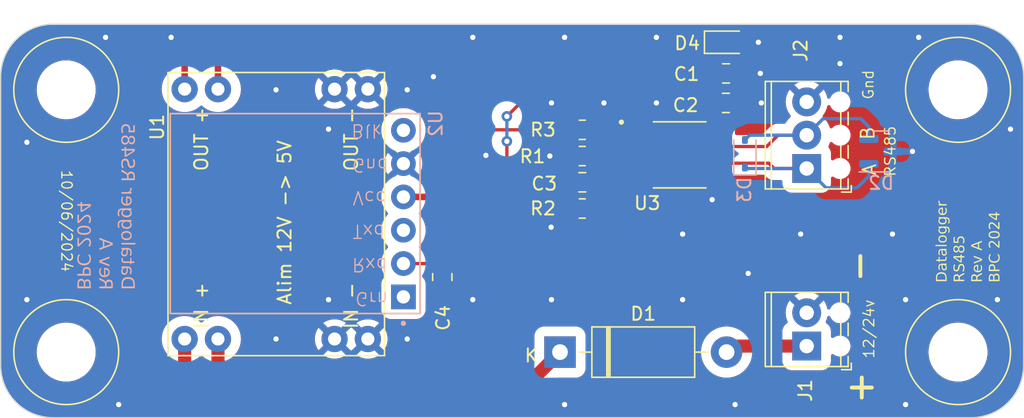
<source format=kicad_pcb>
(kicad_pcb (version 20221018) (generator pcbnew)
  (title_block (title "Datalogger RS485") (date "2024-06-10") (rev "Rev A0") (company "BPC"))
  (layers (0 "F.Cu" signal) (31 "B.Cu" signal) (34 "B.Paste" user) (35 "F.Paste" user) (36 "B.SilkS" user "B.Silkscreen") (37 "F.SilkS" user "F.Silkscreen") (38 "B.Mask" user) (39 "F.Mask" user) (44 "Edge.Cuts" user))
  (net 0 "")
  (net 1 "+5V")
  (net 2 "GND")
  (net 3 "Net-(U3-~{RE})")
  (net 4 "Net-(U2-RXI)")
  (net 5 "Net-(D1-K)")
  (net 6 "Net-(D1-A)")
  (net 7 "A")
  (net 8 "B")
  (net 9 "Net-(U3-DE)")
  (net 10 "UC_RX")
  (footprint "Resistor_SMD:R_0805_2012Metric_Pad1.20x1.40mm_HandSolder" (layer "F.Cu") (at 94.35 110.05 180)
    (fp_text reference "R1" (at 3.8 -0.025) (layer "F.SilkS"))
    (fp_text value "100k")
    (fp_line (start -0.227064 -0.735) (end 0.227064 -0.735) (stroke (width 0.12)) (layer "F.SilkS"))
    (fp_line (start -0.227064 0.735) (end 0.227064 0.735) (stroke (width 0.12)) (layer "F.SilkS"))
    (pad "1" smd roundrect (at -1 0 180) (size 1.2 1.4) (layers "F.Cu" "F.Paste" "F.Mask") (roundrect_rratio 0.208333) (net 3 "Net-(U3-~{RE})"))
    (pad "2" smd roundrect (at 1 0 180) (size 1.2 1.4) (layers "F.Cu" "F.Paste" "F.Mask") (roundrect_rratio 0.208333) (net 2 "GND"))
  )
  (footprint "Resistor_SMD:R_0805_2012Metric_Pad1.20x1.40mm_HandSolder" (layer "F.Cu") (at 94.35 114.05 180)
    (fp_text reference "R2" (at 3 0) (layer "F.SilkS"))
    (fp_text value "100k")
    (fp_line (start -0.227064 -0.735) (end 0.227064 -0.735) (stroke (width 0.12)) (layer "F.SilkS"))
    (fp_line (start -0.227064 0.735) (end 0.227064 0.735) (stroke (width 0.12)) (layer "F.SilkS"))
    (pad "1" smd roundrect (at -1 0 180) (size 1.2 1.4) (layers "F.Cu" "F.Paste" "F.Mask") (roundrect_rratio 0.208333) (net 9 "Net-(U3-DE)"))
    (pad "2" smd roundrect (at 1 0 180) (size 1.2 1.4) (layers "F.Cu" "F.Paste" "F.Mask") (roundrect_rratio 0.208333) (net 2 "GND"))
  )
  (footprint "bpc:BPC_Trou4mm_Fixation" (layer "F.Cu") (at 55 125)
    (fp_text reference "X1" hide)
    (fp_text value "Trou")
    (fp_circle (center 0 0) (end 4 0) (stroke (width 0.12)) (fill none) (layer "F.SilkS"))
    (pad "" np_thru_hole circle (at 0 0) (size 4 4) (drill 4) (layers "*.Cu" "*.Mask"))
  )
  (footprint "bpc:BPC_Alim5V" (layer "F.Cu") (at 64.03 124 90)
    (fp_text reference "U1" (at 16.155 -2.095 90) (layer "F.SilkS"))
    (fp_text value "BPC_Alim5V" hide)
    (fp_text user "OUT -" (at 15.24 12.7 90) (layer "F.SilkS"))
    (fp_text user "OUT +" (at 15.24 1.27 90) (layer "F.SilkS"))
    (fp_text user "IN -" (at 2.54 12.7 90) (layer "F.SilkS"))
    (fp_text user "IN +" (at 2.54 1.27 90) (layer "F.SilkS"))
    (fp_text user "Alim 12V -> 5V" (at 8.89 7.62 90) (layer "F.SilkS"))
    (fp_line (start -1.27 -1.27) (end -1.27 15.24) (stroke (width 0.12)) (layer "F.SilkS"))
    (fp_line (start -1.27 -1.27) (end 20.32 -1.27) (stroke (width 0.12)) (layer "F.SilkS"))
    (fp_line (start 20.32 15.24) (end -1.27 15.24) (stroke (width 0.12)) (layer "F.SilkS"))
    (fp_line (start 20.32 15.24) (end 20.32 -1.27) (stroke (width 0.12)) (layer "F.SilkS"))
    (pad "1" thru_hole circle (at 0 0 90) (size 2 2) (drill 1) (layers "*.Cu" "*.Mask") (net 5 "Net-(D1-K)"))
    (pad "2" thru_hole circle (at 0 2.54 90) (size 2 2) (drill 1) (layers "*.Cu" "*.Mask") (net 5 "Net-(D1-K)"))
    (pad "3" thru_hole circle (at 0 11.43 90) (size 2 2) (drill 1) (layers "*.Cu" "*.Mask") (net 2 "GND"))
    (pad "4" thru_hole circle (at 0 13.97 90) (size 2 2) (drill 1) (layers "*.Cu" "*.Mask") (net 2 "GND"))
    (pad "5" thru_hole circle (at 19.05 13.97 90) (size 2 2) (drill 1) (layers "*.Cu" "*.Mask") (net 2 "GND"))
    (pad "6" thru_hole circle (at 19.05 11.43 90) (size 2 2) (drill 1) (layers "*.Cu" "*.Mask") (net 2 "GND"))
    (pad "7" thru_hole circle (at 19.05 2.54 90) (size 2 2) (drill 1) (layers "*.Cu" "*.Mask") (net 1 "+5V"))
    (pad "8" thru_hole circle (at 19.05 0 90) (size 2 2) (drill 1) (layers "*.Cu" "*.Mask") (net 1 "+5V"))
  )
  (footprint "bpc:BPC_MAX485E_SOIC127P600X175-8N" (layer "F.Cu") (at 101.775 109.96)
    (fp_text reference "U3" (at -2.475 3.685) (layer "F.SilkS"))
    (fp_text value "MAX485E")
    (fp_line (start -2 -2.52) (end 2 -2.52) (stroke (width 0.127)) (layer "F.SilkS"))
    (fp_line (start -2 2.52) (end 2 2.52) (stroke (width 0.127)) (layer "F.SilkS"))
    (fp_circle (center -4.445 -2.495) (end -4.345 -2.495) (stroke (width 0.2)) (fill none) (layer "F.SilkS"))
    (pad "1" smd roundrect (at -2.475 -1.905) (size 1.97 0.59) (layers "F.Cu" "F.Paste" "F.Mask") (roundrect_rratio 0.07) (net 10 "UC_RX"))
    (pad "2" smd roundrect (at -2.475 -0.635) (size 1.97 0.59) (layers "F.Cu" "F.Paste" "F.Mask") (roundrect_rratio 0.07) (net 3 "Net-(U3-~{RE})"))
    (pad "3" smd roundrect (at -2.475 0.635) (size 1.97 0.59) (layers "F.Cu" "F.Paste" "F.Mask") (roundrect_rratio 0.07) (net 9 "Net-(U3-DE)"))
    (pad "4" smd roundrect (at -2.475 1.905) (size 1.97 0.59) (layers "F.Cu" "F.Paste" "F.Mask") (roundrect_rratio 0.07))
    (pad "5" smd roundrect (at 2.475 1.905) (size 1.97 0.59) (layers "F.Cu" "F.Paste" "F.Mask") (roundrect_rratio 0.07) (net 2 "GND"))
    (pad "6" smd roundrect (at 2.475 0.635) (size 1.97 0.59) (layers "F.Cu" "F.Paste" "F.Mask") (roundrect_rratio 0.07) (net 7 "A"))
    (pad "7" smd roundrect (at 2.475 -0.635) (size 1.97 0.59) (layers "F.Cu" "F.Paste" "F.Mask") (roundrect_rratio 0.07) (net 8 "B"))
    (pad "8" smd roundrect (at 2.475 -1.905) (size 1.97 0.59) (layers "F.Cu" "F.Paste" "F.Mask") (roundrect_rratio 0.07) (net 1 "+5V"))
  )
  (footprint "Resistor_SMD:R_0805_2012Metric_Pad1.20x1.40mm_HandSolder" (layer "F.Cu") (at 94.35 108.05 180)
    (fp_text reference "R3" (at 3 0) (layer "F.SilkS"))
    (fp_text value "100")
    (fp_line (start -0.227064 -0.735) (end 0.227064 -0.735) (stroke (width 0.12)) (layer "F.SilkS"))
    (fp_line (start -0.227064 0.735) (end 0.227064 0.735) (stroke (width 0.12)) (layer "F.SilkS"))
    (pad "1" smd roundrect (at -1 0 180) (size 1.2 1.4) (layers "F.Cu" "F.Paste" "F.Mask") (roundrect_rratio 0.208333) (net 10 "UC_RX"))
    (pad "2" smd roundrect (at 1 0 180) (size 1.2 1.4) (layers "F.Cu" "F.Paste" "F.Mask") (roundrect_rratio 0.208333) (net 4 "Net-(U2-RXI)"))
  )
  (footprint "bpc:BPC_Trou4mm_Fixation" (layer "F.Cu") (at 123 125)
    (fp_text reference "X3" hide)
    (fp_text value "Trou")
    (fp_circle (center 0 0) (end 4 0) (stroke (width 0.12)) (fill none) (layer "F.SilkS"))
    (pad "" np_thru_hole circle (at 0 0) (size 4 4) (drill 4) (layers "*.Cu" "*.Mask"))
  )
  (footprint "Capacitor_SMD:C_0805_2012Metric_Pad1.18x1.45mm_HandSolder" (layer "F.Cu") (at 94.35 112.05 180)
    (fp_text reference "C3" (at 2.9 -0.11) (layer "F.SilkS"))
    (fp_text value "100nF")
    (fp_line (start -0.261252 -0.735) (end 0.261252 -0.735) (stroke (width 0.12)) (layer "F.SilkS"))
    (fp_line (start -0.261252 0.735) (end 0.261252 0.735) (stroke (width 0.12)) (layer "F.SilkS"))
    (pad "1" smd roundrect (at -1.0375 0 180) (size 1.175 1.45) (layers "F.Cu" "F.Paste" "F.Mask") (roundrect_rratio 0.212766) (net 3 "Net-(U3-~{RE})"))
    (pad "2" smd roundrect (at 1.0375 0 180) (size 1.175 1.45) (layers "F.Cu" "F.Paste" "F.Mask") (roundrect_rratio 0.212766) (net 1 "+5V"))
  )
  (footprint "TerminalBlock_Phoenix:TerminalBlock_Phoenix_MPT-0,5-2-2.54_1x02_P2.54mm_Horizontal" (layer "F.Cu") (at 111.46 124.54 90)
    (fp_text reference "J1" (at -3.385 -0.11 90) (layer "F.SilkS"))
    (fp_text value "Alim")
    (fp_line (start -1.8 2.66) (end -1.8 3.4) (stroke (width 0.12)) (layer "F.SilkS"))
    (fp_line (start -1.8 3.4) (end -1.3 3.4) (stroke (width 0.12)) (layer "F.SilkS"))
    (fp_line (start -1.56 -3.16) (end -1.56 3.16) (stroke (width 0.12)) (layer "F.SilkS"))
    (fp_line (start -1.56 -3.16) (end 4.1 -3.16) (stroke (width 0.12)) (layer "F.SilkS"))
    (fp_line (start -1.56 -2.7) (end 4.1 -2.7) (stroke (width 0.12)) (layer "F.SilkS"))
    (fp_line (start -1.56 2.6) (end -0.79 2.6) (stroke (width 0.12)) (layer "F.SilkS"))
    (fp_line (start -1.56 3.16) (end -0.79 3.16) (stroke (width 0.12)) (layer "F.SilkS"))
    (fp_line (start 0.79 2.6) (end 1.75 2.6) (stroke (width 0.12)) (layer "F.SilkS"))
    (fp_line (start 0.79 3.16) (end 1.75 3.16) (stroke (width 0.12)) (layer "F.SilkS"))
    (fp_line (start 3.33 2.6) (end 4.1 2.6) (stroke (width 0.12)) (layer "F.SilkS"))
    (fp_line (start 3.33 3.16) (end 4.1 3.16) (stroke (width 0.12)) (layer "F.SilkS"))
    (fp_line (start 4.1 -3.16) (end 4.1 3.16) (stroke (width 0.12)) (layer "F.SilkS"))
    (pad "" np_thru_hole circle (at 0 2.54 90) (size 1.1 1.1) (drill 1.1) (layers "*.Cu" "*.Mask"))
    (pad "" np_thru_hole circle (at 2.54 2.54 90) (size 1.1 1.1) (drill 1.1) (layers "*.Cu" "*.Mask"))
    (pad "1" thru_hole rect (at 0 0 90) (size 2.2 2.2) (drill 1.1) (layers "*.Cu" "*.Mask") (net 6 "Net-(D1-A)"))
    (pad "2" thru_hole circle (at 2.54 0 90) (size 2.2 2.2) (drill 1.1) (layers "*.Cu" "*.Mask") (net 2 "GND"))
  )
  (footprint "Capacitor_SMD:C_0805_2012Metric_Pad1.18x1.45mm_HandSolder" (layer "F.Cu") (at 105.3 106)
    (fp_text reference "C2" (at -3.075 0.175) (layer "F.SilkS"))
    (fp_text value "10nF")
    (fp_line (start -0.261252 -0.735) (end 0.261252 -0.735) (stroke (width 0.12)) (layer "F.SilkS"))
    (fp_line (start -0.261252 0.735) (end 0.261252 0.735) (stroke (width 0.12)) (layer "F.SilkS"))
    (pad "1" smd roundrect (at -1.0375 0) (size 1.175 1.45) (layers "F.Cu" "F.Paste" "F.Mask") (roundrect_rratio 0.212766) (net 1 "+5V"))
    (pad "2" smd roundrect (at 1.0375 0) (size 1.175 1.45) (layers "F.Cu" "F.Paste" "F.Mask") (roundrect_rratio 0.212766) (net 2 "GND"))
  )
  (footprint "Diode_SMD:D_SOD-323" (layer "F.Cu") (at 105.275 101.375)
    (fp_text reference "D4" (at -2.925 0.075) (layer "F.SilkS"))
    (fp_text value "SD12_SOD323")
    (fp_line (start -1.61 -0.85) (end -1.61 0.85) (stroke (width 0.12)) (layer "F.SilkS"))
    (fp_line (start -1.61 -0.85) (end 1.05 -0.85) (stroke (width 0.12)) (layer "F.SilkS"))
    (fp_line (start -1.61 0.85) (end 1.05 0.85) (stroke (width 0.12)) (layer "F.SilkS"))
    (pad "1" smd roundrect (at -1.05 0) (size 0.6 0.45) (layers "F.Cu" "F.Paste" "F.Mask") (net 1 "+5V"))
    (pad "2" smd roundrect (at 1.05 0) (size 0.6 0.45) (layers "F.Cu" "F.Paste" "F.Mask") (net 2 "GND"))
  )
  (footprint "Capacitor_SMD:C_0805_2012Metric_Pad1.18x1.45mm_HandSolder" (layer "F.Cu") (at 105.3125 103.75)
    (fp_text reference "C1" (at -3.0125 0.05) (layer "F.SilkS"))
    (fp_text value "10µF")
    (fp_line (start -0.261252 -0.735) (end 0.261252 -0.735) (stroke (width 0.12)) (layer "F.SilkS"))
    (fp_line (start -0.261252 0.735) (end 0.261252 0.735) (stroke (width 0.12)) (layer "F.SilkS"))
    (pad "1" smd roundrect (at -1.0375 0) (size 1.175 1.45) (layers "F.Cu" "F.Paste" "F.Mask") (roundrect_rratio 0.212766) (net 1 "+5V"))
    (pad "2" smd roundrect (at 1.0375 0) (size 1.175 1.45) (layers "F.Cu" "F.Paste" "F.Mask") (roundrect_rratio 0.212766) (net 2 "GND"))
  )
  (footprint "bpc:BPC_Trou4mm_Fixation" (layer "F.Cu") (at 55 105)
    (fp_text reference "X2" hide)
    (fp_text value "Trou")
    (fp_circle (center 0 0) (end 4 0) (stroke (width 0.12)) (fill none) (layer "F.SilkS"))
    (pad "" np_thru_hole circle (at 0 0) (size 4 4) (drill 4) (layers "*.Cu" "*.Mask"))
  )
  (footprint "Capacitor_SMD:C_0805_2012Metric_Pad1.18x1.45mm_HandSolder" (layer "F.Cu") (at 83.675 119.275 90)
    (fp_text reference "C4" (at -3.12 0.06 90) (layer "F.SilkS"))
    (fp_text value "1nF")
    (fp_line (start -0.261252 -0.735) (end 0.261252 -0.735) (stroke (width 0.12)) (layer "F.SilkS"))
    (fp_line (start -0.261252 0.735) (end 0.261252 0.735) (stroke (width 0.12)) (layer "F.SilkS"))
    (pad "1" smd roundrect (at -1.0375 0 90) (size 1.175 1.45) (layers "F.Cu" "F.Paste" "F.Mask") (roundrect_rratio 0.212766) (net 2 "GND"))
    (pad "2" smd roundrect (at 1.0375 0 90) (size 1.175 1.45) (layers "F.Cu" "F.Paste" "F.Mask") (roundrect_rratio 0.212766) (net 4 "Net-(U2-RXI)"))
  )
  (footprint "Diode_THT:D_DO-15_P12.70mm_Horizontal" (layer "F.Cu") (at 92.65 125)
    (fp_text reference "D1" (at 6.35 -2.92) (layer "F.SilkS"))
    (fp_text value "SR560")
    (fp_text user "K" (at -2.19 0.26) (layer "F.SilkS"))
    (fp_line (start 1.44 0) (end 2.43 0) (stroke (width 0.12)) (layer "F.SilkS"))
    (fp_line (start 2.43 -1.92) (end 2.43 1.92) (stroke (width 0.12)) (layer "F.SilkS"))
    (fp_line (start 2.43 1.92) (end 10.27 1.92) (stroke (width 0.12)) (layer "F.SilkS"))
    (fp_line (start 3.57 -1.92) (end 3.57 1.92) (stroke (width 0.12)) (layer "F.SilkS"))
    (fp_line (start 3.69 -1.92) (end 3.69 1.92) (stroke (width 0.12)) (layer "F.SilkS"))
    (fp_line (start 3.81 -1.92) (end 3.81 1.92) (stroke (width 0.12)) (layer "F.SilkS"))
    (fp_line (start 10.27 -1.92) (end 2.43 -1.92) (stroke (width 0.12)) (layer "F.SilkS"))
    (fp_line (start 10.27 1.92) (end 10.27 -1.92) (stroke (width 0.12)) (layer "F.SilkS"))
    (fp_line (start 11.26 0) (end 10.27 0) (stroke (width 0.12)) (layer "F.SilkS"))
    (pad "1" thru_hole rect (at 0 0) (size 2.4 2.4) (drill 1.2) (layers "*.Cu" "*.Mask") (net 5 "Net-(D1-K)"))
    (pad "2" thru_hole oval (at 12.7 0) (size 2.4 2.4) (drill 1.2) (layers "*.Cu" "*.Mask") (net 6 "Net-(D1-A)"))
  )
  (footprint "bpc:BPC_Trou4mm_Fixation" (layer "F.Cu") (at 123 105)
    (fp_text reference "X4" hide)
    (fp_text value "Trou")
    (fp_circle (center 0 0) (end 4 0) (stroke (width 0.12)) (fill none) (layer "F.SilkS"))
    (pad "" np_thru_hole circle (at 0 0) (size 4 4) (drill 4) (layers "*.Cu" "*.Mask"))
  )
  (footprint "TerminalBlock_Phoenix:TerminalBlock_Phoenix_MPT-0,5-3-2.54_1x03_P2.54mm_Horizontal" (layer "F.Cu") (at 111.46 111 90)
    (fp_text reference "J2" (at 9 -0.46 90) (layer "F.SilkS"))
    (fp_text value "Bus RS485")
    (fp_line (start -1.8 2.66) (end -1.8 3.4) (stroke (width 0.12)) (layer "F.SilkS"))
    (fp_line (start -1.8 3.4) (end -1.3 3.4) (stroke (width 0.12)) (layer "F.SilkS"))
    (fp_line (start -1.56 -3.16) (end -1.56 3.16) (stroke (width 0.12)) (layer "F.SilkS"))
    (fp_line (start -1.56 -3.16) (end 6.64 -3.16) (stroke (width 0.12)) (layer "F.SilkS"))
    (fp_line (start -1.56 -2.7) (end 6.64 -2.7) (stroke (width 0.12)) (layer "F.SilkS"))
    (fp_line (start -1.56 2.6) (end -0.79 2.6) (stroke (width 0.12)) (layer "F.SilkS"))
    (fp_line (start -1.56 3.16) (end -0.79 3.16) (stroke (width 0.12)) (layer "F.SilkS"))
    (fp_line (start 0.79 2.6) (end 1.75 2.6) (stroke (width 0.12)) (layer "F.SilkS"))
    (fp_line (start 0.79 3.16) (end 1.75 3.16) (stroke (width 0.12)) (layer "F.SilkS"))
    (fp_line (start 3.33 2.6) (end 4.29 2.6) (stroke (width 0.12)) (layer "F.SilkS"))
    (fp_line (start 3.33 3.16) (end 4.29 3.16) (stroke (width 0.12)) (layer "F.SilkS"))
    (fp_line (start 5.87 2.6) (end 6.64 2.6) (stroke (width 0.12)) (layer "F.SilkS"))
    (fp_line (start 5.87 3.16) (end 6.64 3.16) (stroke (width 0.12)) (layer "F.SilkS"))
    (fp_line (start 6.64 -3.16) (end 6.64 3.16) (stroke (width 0.12)) (layer "F.SilkS"))
    (pad "" np_thru_hole circle (at 0 2.54 90) (size 1.1 1.1) (drill 1.1) (layers "*.Cu" "*.Mask"))
    (pad "" np_thru_hole circle (at 2.54 2.54 90) (size 1.1 1.1) (drill 1.1) (layers "*.Cu" "*.Mask"))
    (pad "" np_thru_hole circle (at 5.08 2.54 90) (size 1.1 1.1) (drill 1.1) (layers "*.Cu" "*.Mask"))
    (pad "1" thru_hole rect (at 0 0 90) (size 2.2 2.2) (drill 1.1) (layers "*.Cu" "*.Mask") (net 7 "A"))
    (pad "2" thru_hole circle (at 2.54 0 90) (size 2.2 2.2) (drill 1.1) (layers "*.Cu" "*.Mask") (net 8 "B"))
    (pad "3" thru_hole circle (at 5.08 0 90) (size 2.2 2.2) (drill 1.1) (layers "*.Cu" "*.Mask") (net 2 "GND"))
  )
  (footprint "Package_TO_SOT_SMD:SOT-23" (layer "B.Cu") (at 117.1375 109.7)
    (fp_text reference "D2" (at 0 2.4 -360) (layer "B.SilkS") (effects (justify mirror)))
    (fp_text value "SM712_SOT23")
    (fp_line (start 0 -1.56) (end -0.65 -1.56) (stroke (width 0.12)) (layer "B.SilkS"))
    (fp_line (start 0 -1.56) (end 0.65 -1.56) (stroke (width 0.12)) (layer "B.SilkS"))
    (fp_line (start 0 1.56) (end -1.675 1.56) (stroke (width 0.12)) (layer "B.SilkS"))
    (fp_line (start 0 1.56) (end 0.65 1.56) (stroke (width 0.12)) (layer "B.SilkS"))
    (pad "1" smd roundrect (at -0.9375 0.95) (size 1.475 0.6) (layers "B.Cu" "B.Paste" "B.Mask") (net 7 "A"))
    (pad "2" smd roundrect (at -0.9375 -0.95) (size 1.475 0.6) (layers "B.Cu" "B.Paste" "B.Mask") (net 8 "B"))
    (pad "3" smd roundrect (at 0.9375 0) (size 1.475 0.6) (layers "B.Cu" "B.Paste" "B.Mask") (net 2 "GND"))
  )
  (footprint "Diode_SMD:D_SOD-323" (layer "B.Cu") (at 106.75 109.875 90)
    (fp_text reference "D3" (at -2.74 -0.04 90) (layer "B.SilkS") (effects (justify mirror)))
    (fp_text value "SD12_SOD323")
    (fp_line (start -1.61 -0.85) (end 1.05 -0.85) (stroke (width 0.12)) (layer "B.SilkS"))
    (fp_line (start -1.61 0.85) (end -1.61 -0.85) (stroke (width 0.12)) (layer "B.SilkS"))
    (fp_line (start -1.61 0.85) (end 1.05 0.85) (stroke (width 0.12)) (layer "B.SilkS"))
    (pad "1" smd roundrect (at -1.05 0 90) (size 0.6 0.45) (layers "B.Cu" "B.Paste" "B.Mask") (net 7 "A"))
    (pad "2" smd roundrect (at 1.05 0 90) (size 0.6 0.45) (layers "B.Cu" "B.Paste" "B.Mask") (net 8 "B"))
  )
  (footprint "bpc:BPC_openlog" (layer "B.Cu") (at 72.455 114.4375 -90)
    (fp_text reference "U2" (at -6.8675 -10.715 -270) (layer "B.SilkS") (effects (justify mirror)))
    (fp_text value "Openlog")
    (fp_text user "Gnd" (at -4.29 -4.26 -180 unlocked) (layer "B.SilkS") (effects (font (thickness 0.1)) (justify left bottom mirror)))
    (fp_text user "Grn" (at 5.9 -4.5 180 unlocked) (layer "B.SilkS") (effects (font (thickness 0.1)) (justify left bottom mirror)))
    (fp_text user "Txd" (at 0.76 -4.31 -180 unlocked) (layer "B.SilkS") (effects (font (thickness 0.1)) (justify left bottom mirror)))
    (fp_text user "Blk" (at -6.89 -4.21 -180 unlocked) (layer "B.SilkS") (effects (font (thickness 0.1)) (justify left bottom mirror)))
    (fp_text user "Rxd" (at 3.31 -4.26 -180 unlocked) (layer "B.SilkS") (effects (font (thickness 0.1)) (justify left bottom mirror)))
    (fp_text user "Vcc" (at -1.79 -4.31 -180 unlocked) (layer "B.SilkS") (effects (font (thickness 0.1)) (justify left bottom mirror)))
    (fp_line (start -7.62 -9.525) (end -7.62 9.525) (stroke (width 0.127)) (layer "B.SilkS"))
    (fp_line (start -7.62 9.525) (end 7.62 9.525) (stroke (width 0.127)) (layer "B.SilkS"))
    (fp_line (start 7.62 -9.525) (end -7.62 -9.525) (stroke (width 0.127)) (layer "B.SilkS"))
    (fp_line (start 7.62 9.525) (end 7.62 -9.525) (stroke (width 0.127)) (layer "B.SilkS"))
    (fp_circle (center 8.37 -8.255) (end 8.47 -8.255) (stroke (width 0.2)) (fill none) (layer "B.SilkS"))
    (pad "1" thru_hole circle (at -6.35 -8.255 270) (size 1.8796 1.8796) (drill 1.016) (layers "*.Cu" "*.Mask"))
    (pad "2" thru_hole circle (at -3.81 -8.255 270) (size 1.8796 1.8796) (drill 1.016) (layers "*.Cu" "*.Mask") (net 2 "GND"))
    (pad "3" thru_hole circle (at -1.27 -8.255 270) (size 1.8796 1.8796) (drill 1.016) (layers "*.Cu" "*.Mask") (net 1 "+5V"))
    (pad "4" thru_hole circle (at 1.27 -8.255 270) (size 1.8796 1.8796) (drill 1.016) (layers "*.Cu" "*.Mask"))
    (pad "5" thru_hole circle (at 3.81 -8.255 270) (size 1.8796 1.8796) (drill 1.016) (layers "*.Cu" "*.Mask") (net 4 "Net-(U2-RXI)"))
    (pad "6" thru_hole rect (at 6.35 -8.255 270) (size 1.8796 1.8796) (drill 1.016) (layers "*.Cu" "*.Mask"))
  )
  (gr_arc (start 54 130) (mid 51.171573 128.828427) (end 50 126) (stroke (width 0.1)) (layer "Edge.Cuts"))
  (gr_line (start 54 130) (end 124 130) (stroke (width 0.1)) (layer "Edge.Cuts"))
  (gr_arc (start 124 100) (mid 126.828427 101.171573) (end 128 104) (stroke (width 0.1)) (layer "Edge.Cuts"))
  (gr_line (start 128 126) (end 128 104) (stroke (width 0.1)) (layer "Edge.Cuts"))
  (gr_line (start 124 100) (end 54 100) (stroke (width 0.1)) (layer "Edge.Cuts"))
  (gr_arc (start 128 126) (mid 126.828427 128.828427) (end 124 130) (stroke (width 0.1)) (layer "Edge.Cuts"))
  (gr_arc (start 50 104) (mid 51.171573 101.171573) (end 54 100) (stroke (width 0.1)) (layer "Edge.Cuts"))
  (gr_line (start 50 104) (end 50 126) (stroke (width 0.1)) (layer "Edge.Cuts"))
  (gr_text "Datalogger RS485\nRev A\nBPC 2024" (at 55.68 120.27 270) (layer "B.SilkS") (effects (font (size 1 1)) (justify left bottom mirror)))
  (gr_text "A" (at 116.825 111.6 90) (layer "F.SilkS") (effects (font (size 1 1) (thickness 0.13)) (justify left bottom)))
  (gr_text "12/24v" (at 116.675 125.55 90) (layer "F.SilkS") (effects (font (size 0.8 0.8) (thickness 0.1)) (justify left bottom)))
  (gr_text "10/06/2024" (at 54.56 111.05 270) (layer "F.SilkS") (effects (font (size 0.8 0.8) (thickness 0.1)) (justify left bottom)))
  (gr_text "B" (at 116.7 108.9 90) (layer "F.SilkS") (effects (font (size 1 1) (thickness 0.13)) (justify left bottom)))
  (gr_text "Gnd" (at 116.625 105.8 90) (layer "F.SilkS") (effects (font (size 0.8 0.8) (thickness 0.1)) (justify left bottom)))
  (gr_text "+" (at 114.225 128.725) (layer "F.SilkS") (effects (font (size 2 2) (thickness 0.3)) (justify left bottom)))
  (gr_text "RS485" (at 118.3 111.675 90) (layer "F.SilkS") (effects (font (size 0.8 0.8) (thickness 0.1)) (justify left bottom)))
  (gr_text "-" (at 116.575 119.875 90) (layer "F.SilkS") (effects (font (size 2 2) (thickness 0.3)) (justify left bottom)))
  (gr_text_box "Datalogger RS485\nRev A\nBPC 2024" (start 120.73 120.3) (end 125.93 108.975) (angle 90) (layer "F.SilkS") (effects (font (size 0.8 0.8)) (justify left top)))
  (segment (start 84.6 111.275) (end 84.6 104.9) (width 0.5) (layer "F.Cu") (net 1))
  (segment (start 65.375 101.525) (end 68.25 101.525) (width 0.5) (layer "F.Cu") (net 1))
  (segment (start 66.57 104.95) (end 66.57 102.855) (width 0.5) (layer "F.Cu") (net 1))
  (segment (start 64.03 104.95) (end 64.03 102.87) (width 0.5) (layer "F.Cu") (net 1))
  (segment (start 67.9 101.525) (end 68.25 101.525) (width 0.5) (layer "F.Cu") (net 1))
  (segment (start 88.6 107.025) (end 91.875 103.75) (width 0.25) (layer "F.Cu") (net 1))
  (segment (start 104.275 103.75) (end 91.875 103.75) (width 0.5) (layer "F.Cu") (net 1))
  (segment (start 82.7075 113.1675) (end 84.6 111.275) (width 0.5) (layer "F.Cu") (net 1))
  (segment (start 88.6 111.35) (end 88.6 108.925) (width 0.25) (layer "F.Cu") (net 1))
  (segment (start 86.625 103.75) (end 85.75 103.75) (width 0.5) (layer "F.Cu") (net 1))
  (segment (start 80.71 113.1675) (end 82.7075 113.1675) (width 0.5) (layer "F.Cu") (net 1))
  (segment (start 85.75 103.75) (end 83.525 101.525) (width 0.5) (layer "F.Cu") (net 1))
  (segment (start 104.275 105.9875) (end 104.2625 106) (width 0.5) (layer "F.Cu") (net 1))
  (segment (start 66.57 102.855) (end 67.9 101.525) (width 0.5) (layer "F.Cu") (net 1))
  (segment (start 104.275 103.75) (end 104.275 105.9875) (width 0.5) (layer "F.Cu") (net 1))
  (segment (start 91.875 103.75) (end 86.625 103.75) (width 0.5) (layer "F.Cu") (net 1))
  (segment (start 83.525 101.525) (end 68.25 101.525) (width 0.5) (layer "F.Cu") (net 1))
  (segment (start 104.225 101.375) (end 104.225 103.7) (width 0.25) (layer "F.Cu") (net 1))
  (segment (start 104.225 103.7) (end 104.275 103.75) (width 0.25) (layer "F.Cu") (net 1))
  (segment (start 64.03 102.87) (end 65.375 101.525) (width 0.5) (layer "F.Cu") (net 1))
  (segment (start 104.25 106.0125) (end 104.2625 106) (width 0.5) (layer "F.Cu") (net 1))
  (segment (start 84.6 104.9) (end 85.75 103.75) (width 0.5) (layer "F.Cu") (net 1))
  (segment (start 93.3125 112.05) (end 89.3 112.05) (width 0.25) (layer "F.Cu") (net 1))
  (segment (start 104.25 108.055) (end 104.25 106.0125) (width 0.5) (layer "F.Cu") (net 1))
  (segment (start 89.3 112.05) (end 88.6 111.35) (width 0.25) (layer "F.Cu") (net 1))
  (via (at 88.6 108.925) (size 0.8) (drill 0.4) (layers "F.Cu" "B.Cu") (net 1))
  (via (at 88.6 107.025) (size 0.8) (drill 0.4) (layers "F.Cu" "B.Cu") (net 1))
  (segment (start 88.6 108.925) (end 88.6 107.025) (width 0.25) (layer "B.Cu") (net 1))
  (segment (start 93.35 114.1) (end 91.975 115.475) (width 0.25) (layer "F.Cu") (net 2))
  (segment (start 83.675 120.3125) (end 85.3125 120.3125) (width 0.25) (layer "F.Cu") (net 2))
  (segment (start 106.3375 106) (end 108 106) (width 0.25) (layer "F.Cu") (net 2))
  (segment (start 85.3125 120.3125) (end 86 121) (width 0.25) (layer "F.Cu") (net 2))
  (segment (start 104.25 111.865) (end 104.25 113.375) (width 0.25) (layer "F.Cu") (net 2))
  (segment (start 93.35 110.05) (end 91.875 110.05) (width 0.25) (layer "F.Cu") (net 2))
  (segment (start 93.35 114.05) (end 93.35 114.1) (width 0.25) (layer "F.Cu") (net 2))
  (segment (start 106.325 101.375) (end 107.775 101.375) (width 0.25) (layer "F.Cu") (net 2))
  (segment (start 106.35 103.75) (end 107.925 103.75) (width 0.25) (layer "F.Cu") (net 2))
  (via (at 52 121) (size 0.8) (drill 0.4) (layers "F.Cu" "B.Cu") (net 2))
  (via (at 91.975 115.475) (size 0.8) (drill 0.4) (layers "F.Cu" "B.Cu") (net 2))
  (via (at 75 108) (size 0.8) (drill 0.4) (layers "F.Cu" "B.Cu") (net 2))
  (via (at 96 106) (size 0.8) (drill 0.4) (layers "F.Cu" "B.Cu") (net 2))
  (via (at 91.875 110.05) (size 0.8) (drill 0.4) (layers "F.Cu" "B.Cu") (net 2))
  (via (at 86 121) (size 0.8) (drill 0.4) (layers "F.Cu" "B.Cu") (net 2))
  (via (at 119 121) (size 0.8) (drill 0.4) (layers "F.Cu" "B.Cu") (net 2))
  (via (at 120 101) (size 0.8) (drill 0.4) (layers "F.Cu" "B.Cu") (net 2))
  (via (at 92 121) (size 0.8) (drill 0.4) (layers "F.Cu" "B.Cu") (net 2))
  (via (at 102 121) (size 0.8) (drill 0.4) (layers "F.Cu" "B.Cu") (net 2))
  (via (at 81 124) (size 0.8) (drill 0.4) (layers "F.Cu" "B.Cu") (net 2))
  (via (at 93 101) (size 0.8) (drill 0.4) (layers "F.Cu" "B.Cu") (net 2))
  (via (at 59 129) (size 0.8) (drill 0.4) (layers "F.Cu" "B.Cu") (net 2))
  (via (at 114 101) (size 0.8) (drill 0.4) (layers "F.Cu" "B.Cu") (net 2))
  (via (at 126 121) (size 0.8) (drill 0.4) (layers "F.Cu" "B.Cu") (net 2))
  (via (at 86 101) (size 0.8) (drill 0.4) (layers "F.Cu" "B.Cu") (net 2))
  (via (at 81 105) (size 0.8) (drill 0.4) (layers "F.Cu" "B.Cu") (net 2))
  (via (at 83 104) (size 0.8) (drill 0.4) (layers "F.Cu" "B.Cu") (net 2))
  (via (at 107.925 103.75) (size 0.8) (drill 0.4) (layers "F.Cu" "B.Cu") (net 2))
  (via (at 114 103) (size 0.8) (drill 0.4) (layers "F.Cu" "B.Cu") (net 2))
  (via (at 119 129) (size 0.8) (drill 0.4) (layers "F.Cu" "B.Cu") (net 2))
  (via (at 71 105) (size 0.8) (drill 0.4) (layers "F.Cu" "B.Cu") (net 2))
  (via (at 111 116) (size 0.8) (drill 0.4) (layers "F.Cu" "B.Cu") (net 2))
  (via (at 52 109) (size 0.8) (drill 0.4) (layers "F.Cu" "B.Cu") (net 2))
  (via (at 100 106) (size 0.8) (drill 0.4) (layers "F.Cu" "B.Cu") (net 2))
  (via (at 100 101) (size 0.8) (drill 0.4) (layers "F.Cu" "B.Cu") (net 2))
  (via (at 106 129) (size 0.8) (drill 0.4) (layers "F.Cu" "B.Cu") (net 2))
  (via (at 118 116) (size 0.8) (drill 0.4) (layers "F.Cu" "B.Cu") (net 2))
  (via (at 75 121) (size 0.8) (drill 0.4) (layers "F.Cu" "B.Cu") (net 2))
  (via (at 92 106) (size 0.8) (drill 0.4) (layers "F.Cu" "B.Cu") (net 2))
  (via (at 102 116) (size 0.8) (drill 0.4) (layers "F.Cu" "B.Cu") (net 2))
  (via (at 127 108) (size 0.8) (drill 0.4) (layers "F.Cu" "B.Cu") (net 2))
  (via (at 63 101) (size 0.8) (drill 0.4) (layers "F.Cu" "B.Cu") (net 2))
  (via (at 104.25 113.375) (size 0.8) (drill 0.4) (layers "F.Cu" "B.Cu") (net 2))
  (via (at 107.775 101.375) (size 0.8) (drill 0.4) (layers "F.Cu" "B.Cu") (net 2))
  (via (at 58 101) (size 0.8) (drill 0.4) (layers "F.Cu" "B.Cu") (net 2))
  (via (at 87 110) (size 0.8) (drill 0.4) (layers "F.Cu" "B.Cu") (net 2))
  (via (at 108 106) (size 0.8) (drill 0.4) (layers "F.Cu" "B.Cu") (net 2))
  (via (at 119.525 109.7) (size 0.8) (drill 0.4) (layers "F.Cu" "B.Cu") (net 2))
  (via (at 71 124) (size 0.8) (drill 0.4) (layers "F.Cu" "B.Cu") (net 2))
  (via (at 107 119) (size 0.8) (drill 0.4) (layers "F.Cu" "B.Cu") (net 2))
  (via (at 93 129) (size 0.8) (drill 0.4) (layers "F.Cu" "B.Cu") (net 2))
  (segment (start 118.075 109.7) (end 119.525 109.7) (width 0.25) (layer "B.Cu") (net 2))
  (segment (start 95.35 112.0125) (end 95.3875 112.05) (width 0.25) (layer "F.Cu") (net 3))
  (segment (start 95.35 110.05) (end 96.775 110.05) (width 0.25) (layer "F.Cu") (net 3))
  (segment (start 96.775 110.05) (end 97.5 109.325) (width 0.25) (layer "F.Cu") (net 3))
  (segment (start 95.35 110.05) (end 95.35 112.0125) (width 0.25) (layer "F.Cu") (net 3))
  (segment (start 97.5 109.325) (end 99.3 109.325) (width 0.25) (layer "F.Cu") (net 3))
  (segment (start 86.125 108.05) (end 93.35 108.05) (width 0.25) (layer "F.Cu") (net 4))
  (segment (start 85.25 108.925) (end 86.125 108.05) (width 0.25) (layer "F.Cu") (net 4))
  (segment (start 85.25 111.75) (end 85.25 108.925) (width 0.25) (layer "F.Cu") (net 4))
  (segment (start 83.675 118.2375) (end 83.675 113.325) (width 0.25) (layer "F.Cu") (net 4))
  (segment (start 80.71 118.2475) (end 83.665 118.2475) (width 0.25) (layer "F.Cu") (net 4))
  (segment (start 83.665 118.2475) (end 83.675 118.2375) (width 0.25) (layer "F.Cu") (net 4))
  (segment (start 83.675 113.325) (end 85.25 111.75) (width 0.25) (layer "F.Cu") (net 4))
  (segment (start 64.03 126.005) (end 65.75 127.725) (width 1) (layer "F.Cu") (net 5))
  (segment (start 65.75 127.725) (end 68.7 127.725) (width 1) (layer "F.Cu") (net 5))
  (segment (start 68.7 127.725) (end 70.575 127.725) (width 1) (layer "F.Cu") (net 5))
  (segment (start 64.03 124) (end 64.03 126.005) (width 1) (layer "F.Cu") (net 5))
  (segment (start 68.475 127.725) (end 68.7 127.725) (width 1) (layer "F.Cu") (net 5))
  (segment (start 66.57 125.82) (end 68.475 127.725) (width 1) (layer "F.Cu") (net 5))
  (segment (start 70.575 127.725) (end 89.925 127.725) (width 1) (layer "F.Cu") (net 5))
  (segment (start 66.57 124) (end 66.57 125.82) (width 1) (layer "F.Cu") (net 5))
  (segment (start 89.925 127.725) (end 92.65 125) (width 1) (layer "F.Cu") (net 5))
  (segment (start 105.81 124.54) (end 105.35 125) (width 1) (layer "F.Cu") (net 6))
  (segment (start 111.46 124.54) (end 105.81 124.54) (width 1) (layer "F.Cu") (net 6))
  (segment (start 111.46 111) (end 108.975 111) (width 0.25) (layer "F.Cu") (net 7))
  (segment (start 104.25 110.595) (end 108.57 110.595) (width 0.25) (layer "F.Cu") (net 7))
  (segment (start 108.975 111) (end 108.57 110.595) (width 0.25) (layer "F.Cu") (net 7))
  (segment (start 106.825 111) (end 111.46 111) (width 0.25) (layer "B.Cu") (net 7))
  (segment (start 116.2 110.65) (end 116.2 111.575) (width 0.25) (layer "B.Cu") (net 7))
  (segment (start 112.935 112.475) (end 111.46 111) (width 0.25) (layer "B.Cu") (net 7))
  (segment (start 115.3 112.475) (end 112.935 112.475) (width 0.25) (layer "B.Cu") (net 7))
  (segment (start 106.75 110.925) (end 106.825 111) (width 0.25) (layer "B.Cu") (net 7))
  (segment (start 116.2 111.575) (end 115.3 112.475) (width 0.25) (layer "B.Cu") (net 7))
  (segment (start 108.41 109.325) (end 109.275 108.46) (width 0.25) (layer "F.Cu") (net 8))
  (segment (start 109.275 108.46) (end 111.46 108.46) (width 0.25) (layer "F.Cu") (net 8))
  (segment (start 104.25 109.325) (end 108.41 109.325) (width 0.25) (layer "F.Cu") (net 8))
  (segment (start 116.2 108.75) (end 116.2 107.825) (width 0.25) (layer "B.Cu") (net 8))
  (segment (start 111.46 108.46) (end 112.72 107.2) (width 0.25) (layer "B.Cu") (net 8))
  (segment (start 116.2 107.825) (end 115.575 107.2) (width 0.25) (layer "B.Cu") (net 8))
  (segment (start 111.46 108.46) (end 109.16 108.46) (width 0.25) (layer "B.Cu") (net 8))
  (segment (start 112.72 107.2) (end 115.575 107.2) (width 0.25) (layer "B.Cu") (net 8))
  (segment (start 106.75 108.825) (end 107.115 108.46) (width 0.25) (layer "B.Cu") (net 8))
  (segment (start 107.115 108.46) (end 109.16 108.46) (width 0.25) (layer "B.Cu") (net 8))
  (segment (start 97.93 110.595) (end 99.3 110.595) (width 0.25) (layer "F.Cu") (net 9))
  (segment (start 96.175 114.05) (end 97.125 113.1) (width 0.25) (layer "F.Cu") (net 9))
  (segment (start 97.125 113.1) (end 97.125 111.4) (width 0.25) (layer "F.Cu") (net 9))
  (segment (start 97.125 111.4) (end 97.93 110.595) (width 0.25) (layer "F.Cu") (net 9))
  (segment (start 95.35 114.05) (end 96.175 114.05) (width 0.25) (layer "F.Cu") (net 9))
  (segment (start 99.295 108.05) (end 99.3 108.055) (width 0.25) (layer "F.Cu") (net 10))
  (segment (start 95.35 108.05) (end 99.295 108.05) (width 0.25) (layer "F.Cu") (net 10))
  (zone (net 0) (net_name "") (layer "F.Cu") (connect_pads (clearance 0)) (min_thickness 0.25)
    (keepout (tracks not_allowed) (vias not_allowed) (pads not_allowed) (copperpour not_allowed) (footprints allowed))
    (fill (thermal_gap 0.5) (thermal_bridge_width 0.5))
    (polygon (pts (xy 104.71 100.35) (xy 104.74 102.47) (xy 105.78 102.46) (xy 105.81 100.84) (xy 105.81 100.32)))
  )
  (zone (net 0) (net_name "") (layer "F.Cu") (connect_pads (clearance 0)) (min_thickness 0.25)
    (keepout (tracks not_allowed) (vias not_allowed) (pads not_allowed) (copperpour not_allowed) (footprints allowed))
    (fill (thermal_gap 0.5) (thermal_bridge_width 0.5))
    (polygon (pts (xy 100.89 106.97) (xy 100.89 113.4) (xy 102.92 113.4) (xy 102.95 106.99)))
  )
  (zone (net 2) (net_name "GND") (layers "F&B.Cu") (connect_pads (clearance 0.75)) (min_thickness 0.25) (fill yes (thermal_gap 0.5) (thermal_bridge_width 0.5))
    (polygon (pts (xy 50 100) (xy 128 100) (xy 128 130) (xy 50 130)))
  )
)
</source>
